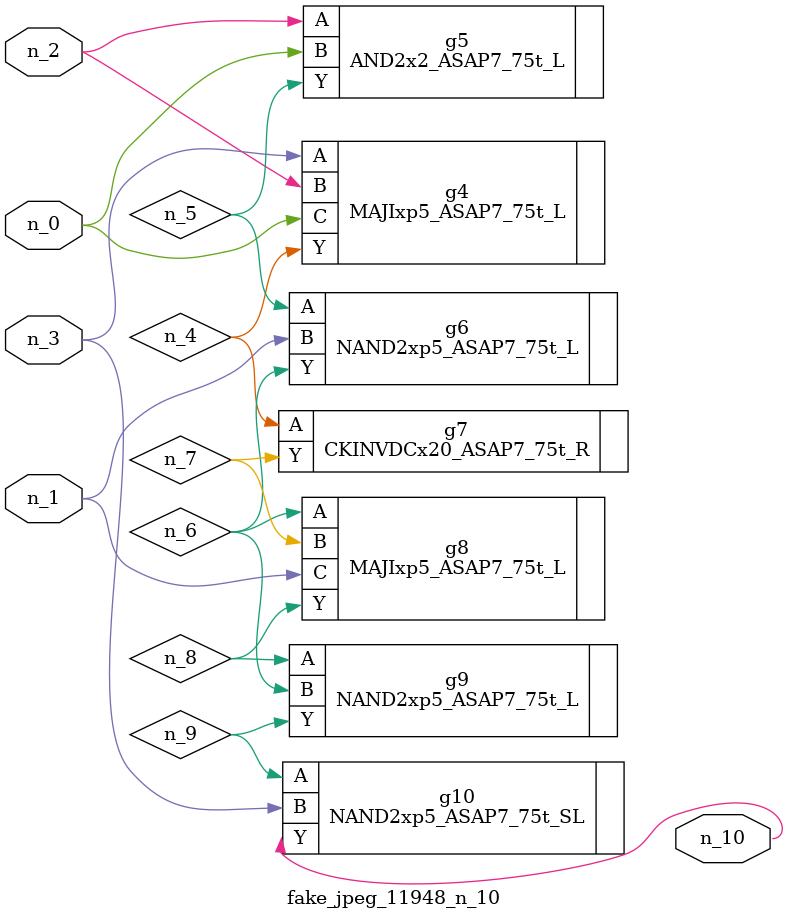
<source format=v>
module fake_jpeg_11948_n_10 (n_0, n_3, n_2, n_1, n_10);

input n_0;
input n_3;
input n_2;
input n_1;

output n_10;

wire n_4;
wire n_8;
wire n_9;
wire n_6;
wire n_5;
wire n_7;

MAJIxp5_ASAP7_75t_L g4 ( 
.A(n_3),
.B(n_2),
.C(n_0),
.Y(n_4)
);

AND2x2_ASAP7_75t_L g5 ( 
.A(n_2),
.B(n_0),
.Y(n_5)
);

NAND2xp5_ASAP7_75t_L g6 ( 
.A(n_5),
.B(n_1),
.Y(n_6)
);

MAJIxp5_ASAP7_75t_L g8 ( 
.A(n_6),
.B(n_7),
.C(n_1),
.Y(n_8)
);

CKINVDCx20_ASAP7_75t_R g7 ( 
.A(n_4),
.Y(n_7)
);

NAND2xp5_ASAP7_75t_L g9 ( 
.A(n_8),
.B(n_6),
.Y(n_9)
);

NAND2xp5_ASAP7_75t_SL g10 ( 
.A(n_9),
.B(n_3),
.Y(n_10)
);


endmodule
</source>
